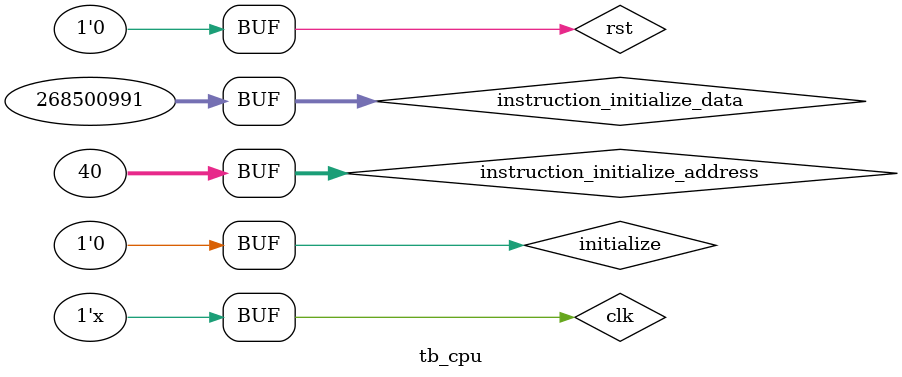
<source format=v>
`timescale 1ns / 1ns


module tb_cpu;

	// Inputs
	reg rst;
	reg clk;
	reg initialize;
	reg [31:0] instruction_initialize_data;
	reg [31:0] instruction_initialize_address;

	// Instantiate the Unit Under Test (UUT)
	cpu uut (
		.rst(rst), 
		.clk(clk), 
		.initialize(initialize), 
		.instruction_initialize_data(instruction_initialize_data), 
		.instruction_initialize_address(instruction_initialize_address)
	);

	initial begin
		// Initialize Inputs
		rst = 1;
		clk = 0;
		initialize = 1;
		instruction_initialize_data = 0;
		instruction_initialize_address = 0;

		#100;
      

		instruction_initialize_address = 0;
		instruction_initialize_data = 32'b000000_00001_00000_0010_0000_0010_1010;      // SLT
		#20 
		instruction_initialize_address = 4;
		instruction_initialize_data = 32'b0010_0000_0010_0010_0000_0000_0000_1000;      // addi $R2, $S1, 8
		#20	
		instruction_initialize_address = 8;
		instruction_initialize_data = 32'b0000_1000_0000_0000_0000_0000_0000_0100;      // j 
		#20;
		instruction_initialize_address = 12;
		instruction_initialize_data = 32'b000000_00000_00010_00001_00000_10_0000;      // ADD R1, R0, R2
		#20;
		instruction_initialize_address = 16;
		instruction_initialize_data = 32'b000000_00100_00100_01000_00000_10_0010;      // SUB R8, R4, $4
		#20;
		instruction_initialize_address = 20;
		instruction_initialize_data = 32'b000000_00101_00110_00111_00000_10_0101;      // OR R5, R6, 7
		#20;
		instruction_initialize_address = 24;
		instruction_initialize_data = 32'b000101_00000_00001_11111_11111_11_1111;      // BNE  
		#20		
		instruction_initialize_address = 28;
		instruction_initialize_data = 32'b100011_00000_01100_00000_00000_00_1100;      // LW R12, 12(R0)
		#20	
		
		instruction_initialize_address = 32;
		instruction_initialize_data = 32'b001111_00000_01001_00000_00000_00_1001;      // LUI R9, 9
		#20	
	
        instruction_initialize_address = 40;
		instruction_initialize_data = 32'b000100_00000_00000_11111_11111_11_1111;      // BEQ R0, R0, -1
		#20;
		
		initialize = 0;
		rst = 0;
		
	end
      
always
#5 clk = ~clk;
endmodule


</source>
